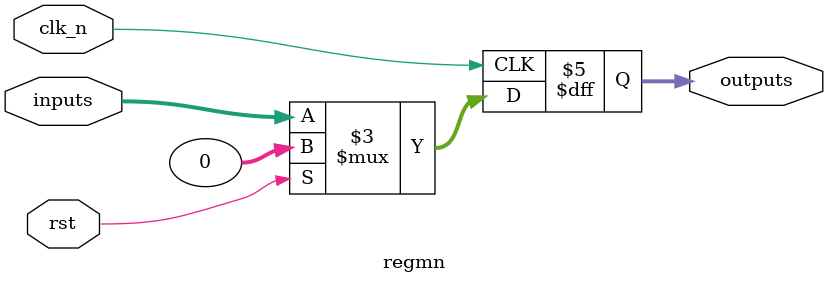
<source format=v>
module regmn(								//ports for the entity 
        clk_n,
        rst,
        inputs,
        outputs
    );
	
	//generic 
    parameter bit_depth = 32;				//blocking assignment, combinational logic
	
	//inputs&outputs
    input clk_n;
    input rst;
    input [(bit_depth - 1):0] inputs;
    output [(bit_depth - 1):0] outputs;
    
	//signals
	reg [(bit_depth - 1):0] outputs;			//reg is equvient to signal in VHDL
	
    always @(posedge clk_n)					//process block with sensitivty list
    begin
        if (rst) 
            outputs <= 0;
        else
            outputs <= inputs;				//<= non-blocking assignment, sequential logic
    end
endmodule 
</source>
